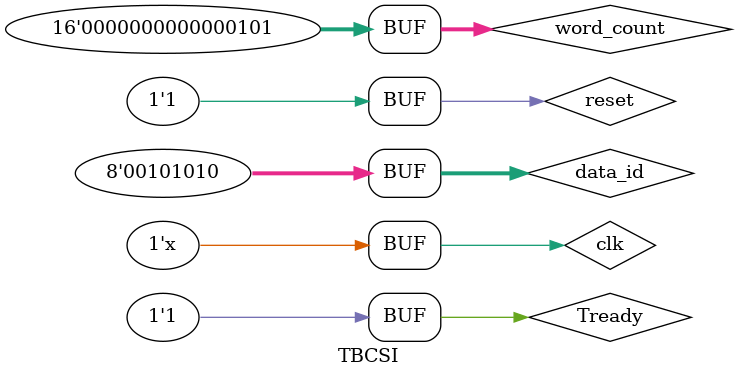
<source format=v>
module TBCSI;

reg [7:0] data_in;
reg reset,clk,Tready;
wire   Tvalid_out,Tuser,Tlast;
wire [31:0] Tdata;



 CSI_Top A(
.data_in(data_in),
.reset(reset),.clk(clk),.Tready(Tready),
.Tvalid_out(Tvalid_out),.Tuser(Tuser),.Tlast(Tlast),
.Tdata(Tdata));



always #5 clk = ~clk;


reg [7:0] data_id;
    reg [15:0] word_count;
    reg [7:0] ecc;

    // Function declaration
    function [7:0] calculate_ecc;
        input [7:0] data_id;
        input [15:0] word_count;
        reg [23:0] ph;
        reg [7:0] parity;
        begin
            ph = {word_count, data_id};
            parity[0] = ph[0]^ph[1]^ph[2]^ph[4]^ph[5]^ph[7]^ph[10]^ph[11]^ph[13]^ph[16]^ph[20]^ph[21]^ph[22]^ph[23];
            parity[1] = ph[0]^ph[1]^ph[3]^ph[4]^ph[6]^ph[8]^ph[10]^ph[12]^ph[14]^ph[17]^ph[20]^ph[21]^ph[22]^ph[23];
            parity[2] = ph[0]^ph[2]^ph[3]^ph[5]^ph[6]^ph[9]^ph[11]^ph[12]^ph[15]^ph[18]^ph[20]^ph[21]^ph[22];
            parity[3] = ph[1]^ph[2]^ph[3]^ph[7]^ph[8]^ph[9]^ph[13]^ph[14]^ph[15]^ph[19]^ph[20]^ph[21]^ph[23];
            parity[4] = ph[4]^ph[5]^ph[6]^ph[7]^ph[8]^ph[9]^ph[16]^ph[17]^ph[18]^ph[19]^ph[20]^ph[22]^ph[23];
            parity[5] = ph[10]^ph[11]^ph[12]^ph[13]^ph[14]^ph[15]^ph[16]^ph[17]^ph[18]^ph[19]^ph[21]^ph[22]^ph[23];
            parity[6] = 1'b0;
            parity[7] = 1'b0;
            calculate_ecc = parity;
        end
    endfunction

    always @(posedge clk) ecc = calculate_ecc(data_id, word_count);








    reg [7:0] databyte;
    reg [15:0] crc;
    integer i;

    parameter word_count0 = 5;

    // Input data stream (5 bytes)
    reg [7:0] input_data [0:word_count0-1];

    // CRC-16-CCITT reversed polynomial function
    function [15:0] next_crc;
        input [15:0] crc_in;
        input [7:0]  data_byte;
        integer k;
        reg [15:0] crc_temp;
        begin
            crc_temp = crc_in;
            for (k = 0; k < 8; k = k + 1) begin
                if ((crc_temp[0] ^ data_byte[0]) == 1'b1)
                    crc_temp = (crc_temp >> 1) ^ 16'h8408;
                else
                    crc_temp = crc_temp >> 1;
                data_byte = data_byte >> 1;
            end
            next_crc = crc_temp;
        end
    endfunction


initial begin
Tready=1'b0;
data_id=8'h01;
word_count=16'h003;//WC lsb
clk=0;
#5
reset=1;
#5 reset=0;
#1 reset=1;
#2  data_in=data_id;
#10 data_in=8'h03;//lsb
#10 data_in=8'h00;//msb
#10 data_in=8'h06;//Ecc
data_id=8'h2A;word_count=16'h0005;

#10 data_in=data_id;//Ecc
#10 data_in=05;//Ecc
#10 data_in=00;//Ecc
#10 data_in=ecc;//Ecc

Tready=1'b1;
#10 data_in=8'h05;//data
#10 data_in=8'h04;
#10 data_in=8'h03;
#10 data_in=8'h02;
#10 data_in=8'h01;
#10 data_in= crc[7:0];
#10 data_in = crc[15:8];

data_id=8'h2A;word_count=16'h0005;

#10 data_in=data_id;//Ecc
#10 data_in=05;//Ecc
#10 data_in=00;//Ecc
#10 data_in=ecc;//Ecc
#10 data_in=8'h05;//data
#10 data_in=8'h04;
#10 data_in=8'h03;
#10 data_in=8'h02;
#10 data_in=8'h01;
#10 data_in= crc[7:0];
#10 data_in = crc[15:8];

end

endmodule















   
</source>
